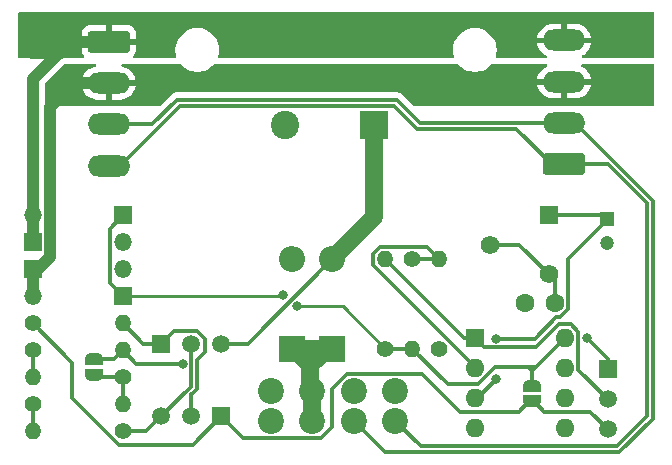
<source format=gbr>
%TF.GenerationSoftware,KiCad,Pcbnew,8.0.2*%
%TF.CreationDate,2024-12-18T13:20:37+01:00*%
%TF.ProjectId,OSSD_CDU,4f535344-5f43-4445-952e-6b696361645f,rev?*%
%TF.SameCoordinates,Original*%
%TF.FileFunction,Copper,L2,Bot*%
%TF.FilePolarity,Positive*%
%FSLAX46Y46*%
G04 Gerber Fmt 4.6, Leading zero omitted, Abs format (unit mm)*
G04 Created by KiCad (PCBNEW 8.0.2) date 2024-12-18 13:20:37*
%MOMM*%
%LPD*%
G01*
G04 APERTURE LIST*
G04 Aperture macros list*
%AMRoundRect*
0 Rectangle with rounded corners*
0 $1 Rounding radius*
0 $2 $3 $4 $5 $6 $7 $8 $9 X,Y pos of 4 corners*
0 Add a 4 corners polygon primitive as box body*
4,1,4,$2,$3,$4,$5,$6,$7,$8,$9,$2,$3,0*
0 Add four circle primitives for the rounded corners*
1,1,$1+$1,$2,$3*
1,1,$1+$1,$4,$5*
1,1,$1+$1,$6,$7*
1,1,$1+$1,$8,$9*
0 Add four rect primitives between the rounded corners*
20,1,$1+$1,$2,$3,$4,$5,0*
20,1,$1+$1,$4,$5,$6,$7,0*
20,1,$1+$1,$6,$7,$8,$9,0*
20,1,$1+$1,$8,$9,$2,$3,0*%
%AMFreePoly0*
4,1,19,0.500000,-0.750000,0.000000,-0.750000,0.000000,-0.744911,-0.071157,-0.744911,-0.207708,-0.704816,-0.327430,-0.627875,-0.420627,-0.520320,-0.479746,-0.390866,-0.500000,-0.250000,-0.500000,0.250000,-0.479746,0.390866,-0.420627,0.520320,-0.327430,0.627875,-0.207708,0.704816,-0.071157,0.744911,0.000000,0.744911,0.000000,0.750000,0.500000,0.750000,0.500000,-0.750000,0.500000,-0.750000,
$1*%
%AMFreePoly1*
4,1,19,0.000000,0.744911,0.071157,0.744911,0.207708,0.704816,0.327430,0.627875,0.420627,0.520320,0.479746,0.390866,0.500000,0.250000,0.500000,-0.250000,0.479746,-0.390866,0.420627,-0.520320,0.327430,-0.627875,0.207708,-0.704816,0.071157,-0.744911,0.000000,-0.744911,0.000000,-0.750000,-0.500000,-0.750000,-0.500000,0.750000,0.000000,0.750000,0.000000,0.744911,0.000000,0.744911,
$1*%
G04 Aperture macros list end*
%TA.AperFunction,ComponentPad*%
%ADD10RoundRect,0.250000X1.550000X-0.650000X1.550000X0.650000X-1.550000X0.650000X-1.550000X-0.650000X0*%
%TD*%
%TA.AperFunction,ComponentPad*%
%ADD11O,3.600000X1.800000*%
%TD*%
%TA.AperFunction,ComponentPad*%
%ADD12C,1.400000*%
%TD*%
%TA.AperFunction,ComponentPad*%
%ADD13O,1.400000X1.400000*%
%TD*%
%TA.AperFunction,ComponentPad*%
%ADD14R,2.200000X2.200000*%
%TD*%
%TA.AperFunction,ComponentPad*%
%ADD15O,2.200000X2.200000*%
%TD*%
%TA.AperFunction,ComponentPad*%
%ADD16RoundRect,0.250000X-1.550000X0.650000X-1.550000X-0.650000X1.550000X-0.650000X1.550000X0.650000X0*%
%TD*%
%TA.AperFunction,ComponentPad*%
%ADD17C,1.600000*%
%TD*%
%TA.AperFunction,ComponentPad*%
%ADD18R,1.500000X1.500000*%
%TD*%
%TA.AperFunction,ComponentPad*%
%ADD19C,1.500000*%
%TD*%
%TA.AperFunction,ComponentPad*%
%ADD20R,1.600000X1.600000*%
%TD*%
%TA.AperFunction,ComponentPad*%
%ADD21O,1.600000X1.600000*%
%TD*%
%TA.AperFunction,ComponentPad*%
%ADD22O,1.500000X1.500000*%
%TD*%
%TA.AperFunction,ComponentPad*%
%ADD23C,2.200000*%
%TD*%
%TA.AperFunction,ComponentPad*%
%ADD24R,2.400000X2.400000*%
%TD*%
%TA.AperFunction,ComponentPad*%
%ADD25C,2.400000*%
%TD*%
%TA.AperFunction,ComponentPad*%
%ADD26R,1.560000X1.560000*%
%TD*%
%TA.AperFunction,ComponentPad*%
%ADD27C,1.560000*%
%TD*%
%TA.AperFunction,ComponentPad*%
%ADD28R,1.200000X1.200000*%
%TD*%
%TA.AperFunction,ComponentPad*%
%ADD29C,1.200000*%
%TD*%
%TA.AperFunction,SMDPad,CuDef*%
%ADD30FreePoly0,270.000000*%
%TD*%
%TA.AperFunction,SMDPad,CuDef*%
%ADD31FreePoly1,270.000000*%
%TD*%
%TA.AperFunction,SMDPad,CuDef*%
%ADD32FreePoly0,90.000000*%
%TD*%
%TA.AperFunction,SMDPad,CuDef*%
%ADD33FreePoly1,90.000000*%
%TD*%
%TA.AperFunction,ViaPad*%
%ADD34C,0.800000*%
%TD*%
%TA.AperFunction,Conductor*%
%ADD35C,1.000000*%
%TD*%
%TA.AperFunction,Conductor*%
%ADD36C,0.300000*%
%TD*%
%TA.AperFunction,Conductor*%
%ADD37C,1.500000*%
%TD*%
%TA.AperFunction,Conductor*%
%ADD38C,0.250000*%
%TD*%
G04 APERTURE END LIST*
D10*
%TO.P,J3,1,Pin_1*%
%TO.N,/DCC_A*%
X152067500Y-139195000D03*
D11*
%TO.P,J3,2,Pin_2*%
%TO.N,/DCC_B*%
X152067500Y-135695000D03*
%TO.P,J3,3,Pin_3*%
%TO.N,Net-(D1-A)*%
X152067500Y-132195000D03*
%TO.P,J3,4,Pin_4*%
%TO.N,Net-(D3-A)*%
X152067500Y-128695000D03*
%TD*%
D12*
%TO.P,R6,1*%
%TO.N,Net-(R5-Pad2)*%
X107061000Y-159512000D03*
D13*
%TO.P,R6,2*%
%TO.N,Net-(JP2-A)*%
X114681000Y-159512000D03*
%TD*%
D14*
%TO.P,D5,1,K*%
%TO.N,Net-(D5-K)*%
X132429000Y-154810000D03*
D15*
%TO.P,D5,2,A*%
%TO.N,Net-(D5-A)*%
X132429000Y-147190000D03*
%TD*%
D12*
%TO.P,R3,1*%
%TO.N,VCC*%
X136928000Y-154810000D03*
D13*
%TO.P,R3,2*%
%TO.N,V_OPAMP*%
X136928000Y-147190000D03*
%TD*%
D16*
%TO.P,J1,1,Pin_1*%
%TO.N,Net-(D3-A)*%
X113500000Y-128805000D03*
D11*
%TO.P,J1,2,Pin_2*%
%TO.N,Net-(D1-A)*%
X113500000Y-132305000D03*
%TO.P,J1,3,Pin_3*%
%TO.N,/DCC_B*%
X113500000Y-135805000D03*
%TO.P,J1,4,Pin_4*%
%TO.N,/DCC_A*%
X113500000Y-139305000D03*
%TD*%
D17*
%TO.P,C2,1*%
%TO.N,VCC*%
X151250000Y-150949000D03*
%TO.P,C2,2*%
%TO.N,GND*%
X148750000Y-150949000D03*
%TD*%
D12*
%TO.P,R1,1*%
%TO.N,Net-(U1A--)*%
X139214000Y-147190000D03*
D13*
%TO.P,R1,2*%
%TO.N,VCC*%
X139214000Y-154810000D03*
%TD*%
D12*
%TO.P,R5,1*%
%TO.N,Net-(Q2-E)*%
X114681000Y-161798000D03*
D13*
%TO.P,R5,2*%
%TO.N,Net-(R5-Pad2)*%
X107061000Y-161798000D03*
%TD*%
D18*
%TO.P,Q1,1,C*%
%TO.N,VCC*%
X155793000Y-156537000D03*
D19*
%TO.P,Q1,2,B*%
%TO.N,V_OPAMP*%
X155793000Y-159077000D03*
%TO.P,Q1,3,E*%
%TO.N,Net-(JP1-B)*%
X155793000Y-161617000D03*
%TD*%
D12*
%TO.P,R4,1*%
%TO.N,Net-(JP1-B)*%
X107061000Y-152654000D03*
D13*
%TO.P,R4,2*%
%TO.N,Net-(Q2-B)*%
X114681000Y-152654000D03*
%TD*%
D20*
%TO.P,U1,1*%
%TO.N,V_OPAMP*%
X144500000Y-153880000D03*
D21*
%TO.P,U1,2,-*%
%TO.N,Net-(U1A--)*%
X144500000Y-156420000D03*
%TO.P,U1,3,+*%
%TO.N,Net-(U1A-+)*%
X144500000Y-158960000D03*
%TO.P,U1,4,V-*%
%TO.N,GND*%
X144500000Y-161500000D03*
%TO.P,U1,5,+*%
%TO.N,unconnected-(U1B-+-Pad5)*%
X152120000Y-161500000D03*
%TO.P,U1,6,-*%
%TO.N,unconnected-(U1B---Pad6)*%
X152120000Y-158960000D03*
%TO.P,U1,7*%
%TO.N,unconnected-(U1-Pad7)*%
X152120000Y-156420000D03*
%TO.P,U1,8,V+*%
%TO.N,VCC*%
X152120000Y-153880000D03*
%TD*%
D18*
%TO.P,Q3,1,C*%
%TO.N,Net-(Q2-B)*%
X117960000Y-154360000D03*
D19*
%TO.P,Q3,2,B*%
%TO.N,Net-(Q2-E)*%
X120500000Y-154360000D03*
%TO.P,Q3,3,E*%
%TO.N,Net-(D5-A)*%
X123040000Y-154360000D03*
%TD*%
D18*
%TO.P,Q2,1,C*%
%TO.N,Net-(JP1-B)*%
X123040000Y-160500000D03*
D19*
%TO.P,Q2,2,B*%
%TO.N,Net-(Q2-B)*%
X120500000Y-160500000D03*
%TO.P,Q2,3,E*%
%TO.N,Net-(Q2-E)*%
X117960000Y-160500000D03*
%TD*%
D18*
%TO.P,D1,1,K*%
%TO.N,VCC*%
X114686000Y-150368000D03*
D22*
%TO.P,D1,2,A*%
%TO.N,Net-(D1-A)*%
X107066000Y-150368000D03*
%TD*%
D12*
%TO.P,R7,1*%
%TO.N,Net-(JP2-A)*%
X114681000Y-157226000D03*
D13*
%TO.P,R7,2*%
%TO.N,Net-(R7-Pad2)*%
X107061000Y-157226000D03*
%TD*%
D23*
%TO.P,J2,1,Pin_1*%
%TO.N,/DCC_A*%
X137750000Y-158400000D03*
X137750000Y-160900000D03*
%TO.P,J2,2,Pin_2*%
%TO.N,/DCC_B*%
X134250000Y-158400000D03*
X134250000Y-160900000D03*
%TO.P,J2,3,Pin_3*%
%TO.N,Net-(D5-K)*%
X130750000Y-158400000D03*
X130750000Y-160900000D03*
%TO.P,J2,4,Pin_4*%
%TO.N,GND*%
X127250000Y-158400000D03*
X127250000Y-160900000D03*
%TD*%
D14*
%TO.P,D6,1,K*%
%TO.N,Net-(D5-K)*%
X129000000Y-154810000D03*
D15*
%TO.P,D6,2,A*%
%TO.N,GND*%
X129000000Y-147190000D03*
%TD*%
D12*
%TO.P,R8,1*%
%TO.N,Net-(R7-Pad2)*%
X107061000Y-154940000D03*
D13*
%TO.P,R8,2*%
%TO.N,Net-(D5-A)*%
X114681000Y-154940000D03*
%TD*%
D24*
%TO.P,C3,1*%
%TO.N,Net-(D5-A)*%
X135938780Y-135890000D03*
D25*
%TO.P,C3,2*%
%TO.N,GND*%
X128438780Y-135890000D03*
%TD*%
D12*
%TO.P,R2,1*%
%TO.N,GND*%
X141500000Y-154810000D03*
D13*
%TO.P,R2,2*%
%TO.N,Net-(U1A--)*%
X141500000Y-147190000D03*
%TD*%
D26*
%TO.P,RV1,1,1*%
%TO.N,Net-(U1A-+)*%
X150740000Y-143500000D03*
D27*
%TO.P,RV1,2,2*%
%TO.N,VCC*%
X145740000Y-146000000D03*
%TO.P,RV1,3,3*%
X150740000Y-148500000D03*
%TD*%
D28*
%TO.P,C1,1*%
%TO.N,Net-(U1A-+)*%
X155702000Y-143807401D03*
D29*
%TO.P,C1,2*%
%TO.N,GND*%
X155702000Y-145807401D03*
%TD*%
D18*
%TO.P,D4,1,K*%
%TO.N,Net-(D3-A)*%
X107056000Y-145796000D03*
D22*
%TO.P,D4,2,A*%
%TO.N,GND*%
X114676000Y-145796000D03*
%TD*%
D18*
%TO.P,D3,1,K*%
%TO.N,VCC*%
X114686000Y-143510000D03*
D22*
%TO.P,D3,2,A*%
%TO.N,Net-(D3-A)*%
X107066000Y-143510000D03*
%TD*%
D18*
%TO.P,D2,1,K*%
%TO.N,Net-(D1-A)*%
X107056000Y-148082000D03*
D22*
%TO.P,D2,2,A*%
%TO.N,GND*%
X114676000Y-148082000D03*
%TD*%
D30*
%TO.P,JP1,1,A*%
%TO.N,VCC*%
X149352000Y-157958000D03*
D31*
%TO.P,JP1,2,B*%
%TO.N,Net-(JP1-B)*%
X149352000Y-159258000D03*
%TD*%
D32*
%TO.P,JP2,1,A*%
%TO.N,Net-(JP2-A)*%
X112268000Y-156987000D03*
D33*
%TO.P,JP2,2,B*%
%TO.N,Net-(D5-A)*%
X112268000Y-155687000D03*
%TD*%
D34*
%TO.N,Net-(U1A-+)*%
X146304000Y-157353000D03*
X146304000Y-153936000D03*
%TO.N,Net-(D5-A)*%
X119750000Y-156083000D03*
%TO.N,VCC*%
X129481331Y-151198331D03*
X128293669Y-150264669D03*
X154020000Y-153924000D03*
%TD*%
D35*
%TO.N,Net-(D1-A)*%
X107066000Y-150368000D02*
X107066000Y-148092000D01*
X113500000Y-132305000D02*
X110519000Y-132305000D01*
X107066000Y-148092000D02*
X107056000Y-148082000D01*
X110519000Y-132305000D02*
X108516000Y-134308000D01*
X108516000Y-147066000D02*
X107500000Y-148082000D01*
X108516000Y-134308000D02*
X108516000Y-147066000D01*
X107500000Y-148082000D02*
X107056000Y-148082000D01*
D36*
%TO.N,Net-(JP1-B)*%
X150331000Y-160110000D02*
X154286000Y-160110000D01*
X143219000Y-160110000D02*
X140059000Y-156950000D01*
X149479000Y-159258000D02*
X150331000Y-160110000D01*
X110395000Y-158996925D02*
X114339075Y-162941000D01*
X132417000Y-158182390D02*
X132417000Y-161417000D01*
X132417000Y-161417000D02*
X131484000Y-162350000D01*
X140059000Y-156950000D02*
X133649390Y-156950000D01*
X133649390Y-156950000D02*
X132417000Y-158182390D01*
X114339075Y-162941000D02*
X120599000Y-162941000D01*
X149352000Y-159258000D02*
X149479000Y-159258000D01*
X131484000Y-162350000D02*
X124890000Y-162350000D01*
X149352000Y-159258000D02*
X149098000Y-159258000D01*
X154286000Y-160110000D02*
X155793000Y-161617000D01*
X149098000Y-159258000D02*
X148246000Y-160110000D01*
X120599000Y-162941000D02*
X123040000Y-160500000D01*
X110395000Y-155988000D02*
X110395000Y-158996925D01*
X124890000Y-162350000D02*
X123040000Y-160500000D01*
X148246000Y-160110000D02*
X143219000Y-160110000D01*
X107061000Y-152654000D02*
X110395000Y-155988000D01*
%TO.N,/DCC_B*%
X156718000Y-163550000D02*
X136900000Y-163550000D01*
X159550000Y-160718000D02*
X156718000Y-163550000D01*
X139831106Y-135695000D02*
X137875106Y-133739000D01*
X152067500Y-135695000D02*
X139831106Y-135695000D01*
X159550000Y-142278000D02*
X159550000Y-160718000D01*
X136900000Y-163550000D02*
X134250000Y-160900000D01*
X119245000Y-133739000D02*
X117179000Y-135805000D01*
X152967000Y-135695000D02*
X159550000Y-142278000D01*
X137875106Y-133739000D02*
X119245000Y-133739000D01*
X152067500Y-135695000D02*
X152967000Y-135695000D01*
X117179000Y-135805000D02*
X113500000Y-135805000D01*
%TO.N,/DCC_A*%
X151006000Y-139195000D02*
X148006000Y-136195000D01*
X152067500Y-139195000D02*
X151006000Y-139195000D01*
X119507000Y-134239000D02*
X114441000Y-139305000D01*
X155759894Y-139195000D02*
X152067500Y-139195000D01*
X139624000Y-136195000D02*
X137668000Y-134239000D01*
X114441000Y-139305000D02*
X113500000Y-139305000D01*
X159050000Y-160510894D02*
X159050000Y-142485106D01*
X139900000Y-163050000D02*
X156510894Y-163050000D01*
X159050000Y-142485106D02*
X155759894Y-139195000D01*
X148006000Y-136195000D02*
X139624000Y-136195000D01*
X156510894Y-163050000D02*
X159050000Y-160510894D01*
X137750000Y-160900000D02*
X139900000Y-163050000D01*
X137668000Y-134239000D02*
X119507000Y-134239000D01*
%TO.N,Net-(U1A-+)*%
X151384000Y-152146000D02*
X149594000Y-153936000D01*
X144640000Y-159017000D02*
X146444000Y-157213000D01*
X155702000Y-143807401D02*
X155702000Y-143891000D01*
X155702000Y-143891000D02*
X152400000Y-147193000D01*
X155394599Y-143500000D02*
X155702000Y-143807401D01*
X151679346Y-152146000D02*
X151384000Y-152146000D01*
X149594000Y-153936000D02*
X146304000Y-153936000D01*
X152400000Y-147193000D02*
X152400000Y-151425346D01*
X150740000Y-143500000D02*
X155394599Y-143500000D01*
X152400000Y-151425346D02*
X151679346Y-152146000D01*
D37*
%TO.N,Net-(D5-A)*%
X135938780Y-143680220D02*
X132429000Y-147190000D01*
D36*
X119750000Y-156083000D02*
X115824000Y-156083000D01*
X125259000Y-154360000D02*
X132429000Y-147190000D01*
X123040000Y-154360000D02*
X125259000Y-154360000D01*
D37*
X135938780Y-135890000D02*
X135938780Y-143680220D01*
D36*
X115824000Y-156083000D02*
X114681000Y-154940000D01*
X113934000Y-155687000D02*
X114681000Y-154940000D01*
X112268000Y-155687000D02*
X113934000Y-155687000D01*
%TO.N,VCC*%
X149041000Y-156337000D02*
X149606000Y-156337000D01*
X142214000Y-157810000D02*
X139214000Y-154810000D01*
X114686000Y-150368000D02*
X113576000Y-149258000D01*
X144272000Y-157810000D02*
X142214000Y-157810000D01*
X144736346Y-157810000D02*
X146209346Y-156337000D01*
X149606000Y-156337000D02*
X149634500Y-156365500D01*
X149634500Y-156365500D02*
X152120000Y-153880000D01*
X149352000Y-157958000D02*
X149204000Y-157810000D01*
X146209346Y-156337000D02*
X149041000Y-156337000D01*
X151250000Y-149010000D02*
X150740000Y-148500000D01*
D38*
X129481331Y-151198331D02*
X133316331Y-151198331D01*
D36*
X151250000Y-150949000D02*
X151250000Y-149010000D01*
X149352000Y-156648000D02*
X149634500Y-156365500D01*
X149352000Y-157958000D02*
X149352000Y-156648000D01*
X148240000Y-146000000D02*
X150740000Y-148500000D01*
X145740000Y-146000000D02*
X148240000Y-146000000D01*
X139214000Y-154810000D02*
X136928000Y-154810000D01*
D38*
X133316331Y-151198331D02*
X136928000Y-154810000D01*
D36*
X113576000Y-149258000D02*
X113576000Y-144620000D01*
X155793000Y-155697000D02*
X155793000Y-156537000D01*
X154020000Y-153924000D02*
X155793000Y-155697000D01*
X144272000Y-157810000D02*
X144736346Y-157810000D01*
D38*
X114686000Y-150368000D02*
X128190338Y-150368000D01*
X128190338Y-150368000D02*
X128293669Y-150264669D01*
D36*
X149041000Y-156337000D02*
X149352000Y-156648000D01*
X113576000Y-144620000D02*
X114686000Y-143510000D01*
D35*
%TO.N,Net-(D3-A)*%
X110209000Y-128805000D02*
X113500000Y-128805000D01*
X107066000Y-143510000D02*
X107066000Y-131948000D01*
X107066000Y-131948000D02*
X110209000Y-128805000D01*
X107056000Y-143520000D02*
X107066000Y-143510000D01*
X107056000Y-145796000D02*
X107056000Y-143520000D01*
D37*
%TO.N,Net-(D5-K)*%
X130556000Y-156210000D02*
X130556000Y-158206000D01*
X131956000Y-154810000D02*
X130556000Y-156210000D01*
X129000000Y-154810000D02*
X132429000Y-154810000D01*
X132429000Y-154810000D02*
X131956000Y-154810000D01*
X129000000Y-154810000D02*
X129156000Y-154810000D01*
X129156000Y-154810000D02*
X130556000Y-156210000D01*
X130750000Y-160900000D02*
X130750000Y-158400000D01*
X130556000Y-158206000D02*
X130750000Y-158400000D01*
D36*
%TO.N,V_OPAMP*%
X155793000Y-159077000D02*
X153270000Y-156554000D01*
X149687654Y-154686000D02*
X145306000Y-154686000D01*
X153270000Y-156554000D02*
X153270000Y-153397000D01*
X152603000Y-152730000D02*
X151643654Y-152730000D01*
X143618000Y-153880000D02*
X136928000Y-147190000D01*
X144500000Y-153880000D02*
X143618000Y-153880000D01*
X145306000Y-154686000D02*
X144500000Y-153880000D01*
X153270000Y-153397000D02*
X152603000Y-152730000D01*
X151643654Y-152730000D02*
X149687654Y-154686000D01*
%TO.N,Net-(Q2-B)*%
X116387000Y-154360000D02*
X117960000Y-154360000D01*
X120551001Y-158667106D02*
X121000000Y-158218107D01*
X121666000Y-155067000D02*
X121666000Y-153970365D01*
X119060000Y-153260000D02*
X117960000Y-154360000D01*
X114681000Y-152654000D02*
X116387000Y-154360000D01*
X121000000Y-158218107D02*
X121000000Y-155733000D01*
X121666000Y-153970365D02*
X120955635Y-153260000D01*
X120500000Y-160500000D02*
X120500000Y-158667106D01*
X120955635Y-153260000D02*
X119060000Y-153260000D01*
X120500000Y-158667106D02*
X120551001Y-158667106D01*
X121000000Y-155733000D02*
X121666000Y-155067000D01*
%TO.N,Net-(Q2-E)*%
X120396000Y-158115000D02*
X120345000Y-158115000D01*
X114681000Y-161798000D02*
X116662000Y-161798000D01*
X120500000Y-154360000D02*
X120500000Y-158011000D01*
X116662000Y-161798000D02*
X117960000Y-160500000D01*
X120500000Y-158011000D02*
X120396000Y-158115000D01*
X120345000Y-158115000D02*
X117960000Y-160500000D01*
%TO.N,Net-(U1A--)*%
X141500000Y-147190000D02*
X139214000Y-147190000D01*
X135878000Y-146755075D02*
X136493075Y-146140000D01*
X144500000Y-156325075D02*
X135878000Y-147703075D01*
X140450000Y-146140000D02*
X141500000Y-147190000D01*
X135878000Y-147703075D02*
X135878000Y-146755075D01*
X144500000Y-156420000D02*
X144500000Y-156325075D01*
X136493075Y-146140000D02*
X140450000Y-146140000D01*
%TO.N,Net-(R5-Pad2)*%
X107061000Y-161798000D02*
X107061000Y-159512000D01*
%TO.N,Net-(JP2-A)*%
X114681000Y-157226000D02*
X114681000Y-159512000D01*
X114681000Y-157226000D02*
X111851000Y-157226000D01*
%TO.N,Net-(R7-Pad2)*%
X107061000Y-157226000D02*
X107061000Y-154940000D01*
%TD*%
%TA.AperFunction,Conductor*%
%TO.N,Net-(D3-A)*%
G36*
X159642539Y-126320185D02*
G01*
X159688294Y-126372989D01*
X159699500Y-126424500D01*
X159699500Y-130053500D01*
X159679815Y-130120539D01*
X159627011Y-130166294D01*
X159575500Y-130177500D01*
X153658192Y-130177500D01*
X153591153Y-130157815D01*
X153545398Y-130105011D01*
X153535454Y-130035853D01*
X153564479Y-129972297D01*
X153601897Y-129943015D01*
X153701260Y-129892386D01*
X153879541Y-129762857D01*
X154035357Y-129607041D01*
X154164886Y-129428760D01*
X154264932Y-129232410D01*
X154333026Y-129022838D01*
X154333026Y-129022835D01*
X154345355Y-128945000D01*
X152615982Y-128945000D01*
X152626611Y-128926591D01*
X152667500Y-128773991D01*
X152667500Y-128616009D01*
X152626611Y-128463409D01*
X152615982Y-128445000D01*
X154345355Y-128445000D01*
X154333026Y-128367164D01*
X154333026Y-128367161D01*
X154264932Y-128157589D01*
X154164886Y-127961239D01*
X154035357Y-127782958D01*
X153879541Y-127627142D01*
X153701260Y-127497613D01*
X153504910Y-127397567D01*
X153295335Y-127329473D01*
X153077681Y-127295000D01*
X152317500Y-127295000D01*
X152317500Y-128146517D01*
X152299091Y-128135889D01*
X152146491Y-128095000D01*
X151988509Y-128095000D01*
X151835909Y-128135889D01*
X151817500Y-128146517D01*
X151817500Y-127295000D01*
X151057319Y-127295000D01*
X150839664Y-127329473D01*
X150630089Y-127397567D01*
X150433739Y-127497613D01*
X150255458Y-127627142D01*
X150099642Y-127782958D01*
X149970113Y-127961239D01*
X149870067Y-128157589D01*
X149801973Y-128367161D01*
X149801973Y-128367164D01*
X149789645Y-128445000D01*
X151519018Y-128445000D01*
X151508389Y-128463409D01*
X151467500Y-128616009D01*
X151467500Y-128773991D01*
X151508389Y-128926591D01*
X151519018Y-128945000D01*
X149789645Y-128945000D01*
X149801973Y-129022835D01*
X149801973Y-129022838D01*
X149870067Y-129232410D01*
X149970113Y-129428760D01*
X150099642Y-129607041D01*
X150255458Y-129762857D01*
X150433739Y-129892386D01*
X150533103Y-129943015D01*
X150583899Y-129990990D01*
X150600694Y-130058811D01*
X150578157Y-130124946D01*
X150523441Y-130168397D01*
X150476808Y-130177500D01*
X146395843Y-130177500D01*
X146328804Y-130157815D01*
X146283049Y-130105011D01*
X146273105Y-130035853D01*
X146276068Y-130021406D01*
X146289227Y-129972297D01*
X146318838Y-129861789D01*
X146350500Y-129621288D01*
X146350500Y-129378712D01*
X146318838Y-129138211D01*
X146256054Y-128903900D01*
X146163224Y-128679788D01*
X146041936Y-128469711D01*
X145894265Y-128277262D01*
X145894260Y-128277256D01*
X145722743Y-128105739D01*
X145722736Y-128105733D01*
X145530293Y-127958067D01*
X145530292Y-127958066D01*
X145530289Y-127958064D01*
X145320212Y-127836776D01*
X145318037Y-127835875D01*
X145096104Y-127743947D01*
X144861785Y-127681161D01*
X144621289Y-127649500D01*
X144621288Y-127649500D01*
X144378712Y-127649500D01*
X144378711Y-127649500D01*
X144138214Y-127681161D01*
X143903895Y-127743947D01*
X143679794Y-127836773D01*
X143679785Y-127836777D01*
X143469706Y-127958067D01*
X143277263Y-128105733D01*
X143277256Y-128105739D01*
X143105739Y-128277256D01*
X143105733Y-128277263D01*
X142958067Y-128469706D01*
X142836777Y-128679785D01*
X142836773Y-128679794D01*
X142743947Y-128903895D01*
X142681161Y-129138214D01*
X142649500Y-129378711D01*
X142649500Y-129621288D01*
X142681161Y-129861785D01*
X142723932Y-130021406D01*
X142722269Y-130091256D01*
X142683107Y-130149119D01*
X142618878Y-130176623D01*
X142604157Y-130177500D01*
X122895843Y-130177500D01*
X122828804Y-130157815D01*
X122783049Y-130105011D01*
X122773105Y-130035853D01*
X122776068Y-130021406D01*
X122789227Y-129972297D01*
X122818838Y-129861789D01*
X122850500Y-129621288D01*
X122850500Y-129378712D01*
X122818838Y-129138211D01*
X122756054Y-128903900D01*
X122663224Y-128679788D01*
X122541936Y-128469711D01*
X122394265Y-128277262D01*
X122394260Y-128277256D01*
X122222743Y-128105739D01*
X122222736Y-128105733D01*
X122030293Y-127958067D01*
X122030292Y-127958066D01*
X122030289Y-127958064D01*
X121820212Y-127836776D01*
X121818037Y-127835875D01*
X121596104Y-127743947D01*
X121361785Y-127681161D01*
X121121289Y-127649500D01*
X121121288Y-127649500D01*
X120878712Y-127649500D01*
X120878711Y-127649500D01*
X120638214Y-127681161D01*
X120403895Y-127743947D01*
X120179794Y-127836773D01*
X120179785Y-127836777D01*
X119969706Y-127958067D01*
X119777263Y-128105733D01*
X119777256Y-128105739D01*
X119605739Y-128277256D01*
X119605733Y-128277263D01*
X119458067Y-128469706D01*
X119336777Y-128679785D01*
X119336773Y-128679794D01*
X119243947Y-128903895D01*
X119181161Y-129138214D01*
X119149500Y-129378711D01*
X119149500Y-129621288D01*
X119181161Y-129861785D01*
X119223932Y-130021406D01*
X119222269Y-130091256D01*
X119183107Y-130149119D01*
X119118878Y-130176623D01*
X119104157Y-130177500D01*
X115687523Y-130177500D01*
X115620484Y-130157815D01*
X115574729Y-130105011D01*
X115564785Y-130035853D01*
X115593810Y-129972297D01*
X115599842Y-129965819D01*
X115642315Y-129923345D01*
X115734356Y-129774124D01*
X115734358Y-129774119D01*
X115789505Y-129607697D01*
X115789506Y-129607690D01*
X115799999Y-129504986D01*
X115800000Y-129504973D01*
X115800000Y-129055000D01*
X114048482Y-129055000D01*
X114059111Y-129036591D01*
X114100000Y-128883991D01*
X114100000Y-128726009D01*
X114059111Y-128573409D01*
X114048482Y-128555000D01*
X115799999Y-128555000D01*
X115799999Y-128105028D01*
X115799998Y-128105013D01*
X115789505Y-128002302D01*
X115734358Y-127835880D01*
X115734356Y-127835875D01*
X115642315Y-127686654D01*
X115518345Y-127562684D01*
X115369124Y-127470643D01*
X115369119Y-127470641D01*
X115202697Y-127415494D01*
X115202690Y-127415493D01*
X115099986Y-127405000D01*
X113750000Y-127405000D01*
X113750000Y-128256517D01*
X113731591Y-128245889D01*
X113578991Y-128205000D01*
X113421009Y-128205000D01*
X113268409Y-128245889D01*
X113250000Y-128256517D01*
X113250000Y-127405000D01*
X111900028Y-127405000D01*
X111900012Y-127405001D01*
X111797302Y-127415494D01*
X111630880Y-127470641D01*
X111630875Y-127470643D01*
X111481654Y-127562684D01*
X111357684Y-127686654D01*
X111265643Y-127835875D01*
X111265641Y-127835880D01*
X111210494Y-128002302D01*
X111210493Y-128002309D01*
X111200000Y-128105013D01*
X111200000Y-128555000D01*
X112951518Y-128555000D01*
X112940889Y-128573409D01*
X112900000Y-128726009D01*
X112900000Y-128883991D01*
X112940889Y-129036591D01*
X112951518Y-129055000D01*
X111200001Y-129055000D01*
X111200001Y-129504986D01*
X111210494Y-129607697D01*
X111265641Y-129774119D01*
X111265643Y-129774124D01*
X111357684Y-129923345D01*
X111400158Y-129965819D01*
X111433643Y-130027142D01*
X111428659Y-130096834D01*
X111386787Y-130152767D01*
X111321323Y-130177184D01*
X111312477Y-130177500D01*
X109797280Y-130177500D01*
X109743231Y-130180397D01*
X109743230Y-130180397D01*
X109716897Y-130183229D01*
X109716870Y-130183232D01*
X109663474Y-130191885D01*
X109663472Y-130191885D01*
X109528667Y-130242166D01*
X109467340Y-130275652D01*
X109465187Y-130277265D01*
X109464337Y-130277582D01*
X109463612Y-130278048D01*
X109463510Y-130277890D01*
X109399723Y-130301684D01*
X109390873Y-130302000D01*
X107031655Y-130302000D01*
X106964616Y-130282315D01*
X106964416Y-130282165D01*
X106957049Y-130277430D01*
X106826182Y-130217664D01*
X106826177Y-130217662D01*
X106826176Y-130217662D01*
X106759137Y-130197977D01*
X106759139Y-130197977D01*
X106759134Y-130197976D01*
X106697071Y-130189053D01*
X106616717Y-130177500D01*
X105924500Y-130177500D01*
X105857461Y-130157815D01*
X105811706Y-130105011D01*
X105800500Y-130053500D01*
X105800500Y-126424500D01*
X105820185Y-126357461D01*
X105872989Y-126311706D01*
X105924500Y-126300500D01*
X159575500Y-126300500D01*
X159642539Y-126320185D01*
G37*
%TD.AperFunction*%
%TD*%
%TA.AperFunction,Conductor*%
%TO.N,Net-(D1-A)*%
G36*
X112382944Y-130702685D02*
G01*
X112428699Y-130755489D01*
X112438643Y-130824647D01*
X112409618Y-130888203D01*
X112350840Y-130925977D01*
X112335303Y-130929473D01*
X112272164Y-130939473D01*
X112062589Y-131007567D01*
X111866239Y-131107613D01*
X111687958Y-131237142D01*
X111532142Y-131392958D01*
X111402613Y-131571239D01*
X111302567Y-131767589D01*
X111234473Y-131977161D01*
X111234473Y-131977164D01*
X111222145Y-132055000D01*
X112951518Y-132055000D01*
X112940889Y-132073409D01*
X112900000Y-132226009D01*
X112900000Y-132383991D01*
X112940889Y-132536591D01*
X112951518Y-132555000D01*
X111222145Y-132555000D01*
X111234473Y-132632835D01*
X111234473Y-132632838D01*
X111302567Y-132842410D01*
X111402613Y-133038760D01*
X111532142Y-133217041D01*
X111687958Y-133372857D01*
X111866239Y-133502386D01*
X112062589Y-133602432D01*
X112272164Y-133670526D01*
X112489819Y-133705000D01*
X113250000Y-133705000D01*
X113250000Y-132853482D01*
X113268409Y-132864111D01*
X113421009Y-132905000D01*
X113578991Y-132905000D01*
X113731591Y-132864111D01*
X113750000Y-132853482D01*
X113750000Y-133705000D01*
X114510181Y-133705000D01*
X114727835Y-133670526D01*
X114937410Y-133602432D01*
X115133760Y-133502386D01*
X115312041Y-133372857D01*
X115467857Y-133217041D01*
X115597386Y-133038760D01*
X115697432Y-132842410D01*
X115765526Y-132632838D01*
X115765526Y-132632835D01*
X115777855Y-132555000D01*
X114048482Y-132555000D01*
X114059111Y-132536591D01*
X114100000Y-132383991D01*
X114100000Y-132226009D01*
X114059111Y-132073409D01*
X114048482Y-132055000D01*
X115777855Y-132055000D01*
X115765526Y-131977164D01*
X115765526Y-131977161D01*
X115697432Y-131767589D01*
X115597386Y-131571239D01*
X115467857Y-131392958D01*
X115312041Y-131237142D01*
X115133760Y-131107613D01*
X114937410Y-131007567D01*
X114727835Y-130939473D01*
X114664697Y-130929473D01*
X114601562Y-130899544D01*
X114564631Y-130840232D01*
X114565629Y-130770370D01*
X114604239Y-130712137D01*
X114668202Y-130684023D01*
X114684095Y-130683000D01*
X119514702Y-130683000D01*
X119581741Y-130702685D01*
X119602317Y-130720414D01*
X119602864Y-130719868D01*
X119777256Y-130894260D01*
X119777263Y-130894266D01*
X119807523Y-130917485D01*
X119969711Y-131041936D01*
X120179788Y-131163224D01*
X120403900Y-131256054D01*
X120638211Y-131318838D01*
X120818586Y-131342584D01*
X120878711Y-131350500D01*
X120878712Y-131350500D01*
X121121289Y-131350500D01*
X121169388Y-131344167D01*
X121361789Y-131318838D01*
X121596100Y-131256054D01*
X121820212Y-131163224D01*
X122030289Y-131041936D01*
X122222738Y-130894265D01*
X122292356Y-130824647D01*
X122397136Y-130719868D01*
X122398466Y-130721198D01*
X122451015Y-130687833D01*
X122485298Y-130683000D01*
X143014702Y-130683000D01*
X143081741Y-130702685D01*
X143102317Y-130720414D01*
X143102864Y-130719868D01*
X143277256Y-130894260D01*
X143277263Y-130894266D01*
X143307523Y-130917485D01*
X143469711Y-131041936D01*
X143679788Y-131163224D01*
X143903900Y-131256054D01*
X144138211Y-131318838D01*
X144318586Y-131342584D01*
X144378711Y-131350500D01*
X144378712Y-131350500D01*
X144621289Y-131350500D01*
X144669388Y-131344167D01*
X144861789Y-131318838D01*
X145096100Y-131256054D01*
X145320212Y-131163224D01*
X145530289Y-131041936D01*
X145722738Y-130894265D01*
X145792356Y-130824647D01*
X145897136Y-130719868D01*
X145898466Y-130721198D01*
X145951015Y-130687833D01*
X145985298Y-130683000D01*
X150534705Y-130683000D01*
X150601744Y-130702685D01*
X150647499Y-130755489D01*
X150657443Y-130824647D01*
X150628418Y-130888203D01*
X150591000Y-130917485D01*
X150433739Y-130997613D01*
X150255458Y-131127142D01*
X150099642Y-131282958D01*
X149970113Y-131461239D01*
X149870067Y-131657589D01*
X149801973Y-131867161D01*
X149801973Y-131867164D01*
X149789645Y-131945000D01*
X151519018Y-131945000D01*
X151508389Y-131963409D01*
X151467500Y-132116009D01*
X151467500Y-132273991D01*
X151508389Y-132426591D01*
X151519018Y-132445000D01*
X149789645Y-132445000D01*
X149801973Y-132522835D01*
X149801973Y-132522838D01*
X149870067Y-132732410D01*
X149970113Y-132928760D01*
X150099642Y-133107041D01*
X150255458Y-133262857D01*
X150433739Y-133392386D01*
X150630089Y-133492432D01*
X150839664Y-133560526D01*
X151057319Y-133595000D01*
X151817500Y-133595000D01*
X151817500Y-132743482D01*
X151835909Y-132754111D01*
X151988509Y-132795000D01*
X152146491Y-132795000D01*
X152299091Y-132754111D01*
X152317500Y-132743482D01*
X152317500Y-133595000D01*
X153077681Y-133595000D01*
X153295335Y-133560526D01*
X153504910Y-133492432D01*
X153701260Y-133392386D01*
X153879541Y-133262857D01*
X154035357Y-133107041D01*
X154164886Y-132928760D01*
X154264932Y-132732410D01*
X154333026Y-132522838D01*
X154333026Y-132522835D01*
X154345355Y-132445000D01*
X152615982Y-132445000D01*
X152626611Y-132426591D01*
X152667500Y-132273991D01*
X152667500Y-132116009D01*
X152626611Y-131963409D01*
X152615982Y-131945000D01*
X154345355Y-131945000D01*
X154333026Y-131867164D01*
X154333026Y-131867161D01*
X154264932Y-131657589D01*
X154164886Y-131461239D01*
X154035357Y-131282958D01*
X153879541Y-131127142D01*
X153701260Y-130997613D01*
X153544000Y-130917485D01*
X153493204Y-130869510D01*
X153476409Y-130801689D01*
X153498946Y-130735554D01*
X153553662Y-130692103D01*
X153600295Y-130683000D01*
X159575500Y-130683000D01*
X159642539Y-130702685D01*
X159688294Y-130755489D01*
X159699500Y-130807000D01*
X159699500Y-134115000D01*
X159679815Y-134182039D01*
X159627011Y-134227794D01*
X159575500Y-134239000D01*
X139346414Y-134239000D01*
X139279375Y-134219315D01*
X139258733Y-134202681D01*
X138289780Y-133233727D01*
X138289779Y-133233726D01*
X138183237Y-133162538D01*
X138183233Y-133162535D01*
X138183228Y-133162533D01*
X138064850Y-133113499D01*
X138064844Y-133113497D01*
X137939177Y-133088500D01*
X137939175Y-133088500D01*
X119180931Y-133088500D01*
X119180929Y-133088500D01*
X119055261Y-133113497D01*
X119055255Y-133113499D01*
X118936875Y-133162533D01*
X118936866Y-133162538D01*
X118830331Y-133233723D01*
X118830327Y-133233726D01*
X117861374Y-134202681D01*
X117800051Y-134236166D01*
X117773693Y-134239000D01*
X108190500Y-134239000D01*
X108123461Y-134219315D01*
X108077706Y-134166511D01*
X108066500Y-134115000D01*
X108066500Y-132413782D01*
X108086185Y-132346743D01*
X108102819Y-132326101D01*
X109709601Y-130719319D01*
X109770924Y-130685834D01*
X109797282Y-130683000D01*
X112315905Y-130683000D01*
X112382944Y-130702685D01*
G37*
%TD.AperFunction*%
%TD*%
M02*

</source>
